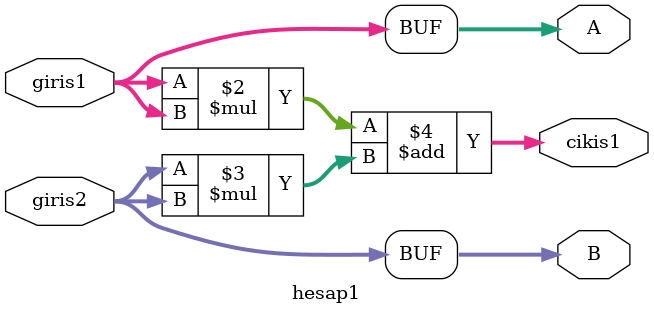
<source format=v>
`timescale 1ns / 1ps

module hesap1(
    input [31:0] giris1,
    input [31:0] giris2,
    output reg [31:0] cikis1 ,
    output reg [31:0] A,
    output reg [31:0] B
    
    );
    always@(*) begin
        cikis1= ( giris1 * giris1 ) + ( giris2 * giris2);
        A = giris1;
        B = giris2;
    end
endmodule
</source>
